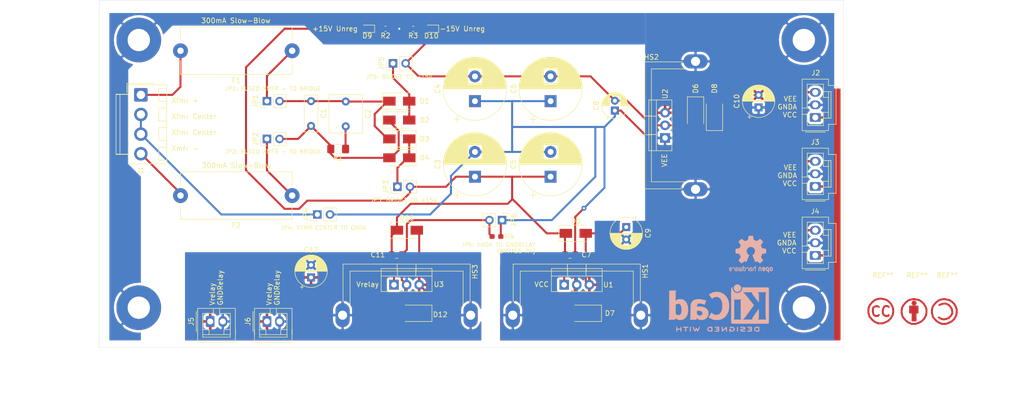
<source format=kicad_pcb>
(kicad_pcb (version 20171130) (host pcbnew 5.1.2)
  (title_block (title "Power Supply Board") (date 2019-06-01) (rev 0) (company "G. Keeth") (comment 1 "Preamp 2019"))
  (layers (0 F.Cu signal) (31 B.Cu signal) (34 B.Paste user) (35 F.Paste user) (36 B.SilkS user) (37 F.SilkS user) (38 B.Mask user) (39 F.Mask user) (44 Edge.Cuts user))
  (net 0 "")
  (net 1 "Net-(C1-Pad2)")
  (net 2 "Net-(C1-Pad1)")
  (net 3 "Net-(C2-Pad2)")
  (net 4 VCC)
  (net 5 VEE)
  (net 6 "Net-(D1-Pad2)")
  (net 7 "Net-(D3-Pad1)")
  (net 8 "Net-(D10-Pad2)")
  (net 9 /transformer_plus)
  (net 10 "Net-(F1-Pad1)")
  (net 11 /transformer_minus)
  (net 12 "Net-(F2-Pad1)")
  (net 13 /transformer_center)
  (net 14 GNDA)
  (net 15 /+15_unreg)
  (net 16 /-15_unreg)
  (net 17 GNDRELAY)
  (net 18 Vrelay)
  (net 19 "Net-(D9-Pad1)")
  (module Symbol:OSHW-Logo2_9.8x8mm_SilkScreen (layer B.Cu) (at 181.318 131.204 180)
    (fp_text reference REF** hide)
    (fp_text value OSHW-Logo2_9.8x8mm_SilkScreen hide)
  )
  (module Symbol:Symbol_CreativeCommons_CopperTop_Type2_Small (layer F.Cu) (at 207.353 142.761)
    (fp_text reference REF** (at 0.59944 -7.29996) (layer F.SilkS))
    (fp_text value Symbol_CreativeCommons_CopperTop_Type2_Small)
    (fp_line (start 0.74944 -2.5003) (end 0.15 -2.59936) (layer F.Cu) (width 0.381))
    (fp_line (start 1.15076 -2.40124) (end 0.74944 -2.5003) (layer F.Cu) (width 0.381))
    (fp_line (start 1.65114 -2.09898) (end 1.15076 -2.40124) (layer F.Cu) (width 0.381))
    (fp_line (start 2.14898 -1.60114) (end 1.65114 -2.09898) (layer F.Cu) (width 0.381))
    (fp_line (start 2.45124 -1.10076) (end 2.14898 -1.60114) (layer F.Cu) (width 0.381))
    (fp_line (start 2.64936 -0.49878) (end 2.45124 -1.10076) (layer F.Cu) (width 0.381))
    (fp_line (start 2.64936 0.10066) (end 2.64936 -0.49878) (layer F.Cu) (width 0.381))
    (fp_line (start 2.5503 0.7001) (end 2.64936 0.10066) (layer F.Cu) (width 0.381))
    (fp_line (start 2.14898 1.40114) (end 2.5503 0.7001) (layer F.Cu) (width 0.381))
    (fp_line (start 1.65114 1.89898) (end 2.14898 1.40114) (layer F.Cu) (width 0.381))
    (fp_line (start 1.04916 2.20124) (end 1.65114 1.89898) (layer F.Cu) (width 0.381))
    (fp_line (start 0.44972 2.39936) (end 1.04916 2.20124) (layer F.Cu) (width 0.381))
    (fp_line (start -0.35038 2.39936) (end 0.44972 2.39936) (layer F.Cu) (width 0.381))
    (fp_line (start -1.04888 2.09964) (end -0.35038 2.39936) (layer F.Cu) (width 0.381))
    (fp_line (start -1.54926 1.70086) (end -1.04888 2.09964) (layer F.Cu) (width 0.381))
    (fp_line (start -2.15124 0.99982) (end -1.54926 1.70086) (layer F.Cu) (width 0.381))
    (fp_line (start -2.34936 0.19972) (end -2.15124 0.99982) (layer F.Cu) (width 0.381))
    (fp_line (start -2.34936 -0.39972) (end -2.34936 0.19972) (layer F.Cu) (width 0.381))
    (fp_line (start -2.2503 -0.9001) (end -2.34936 -0.39972) (layer F.Cu) (width 0.381))
    (fp_line (start -2.04964 -1.29888) (end -2.2503 -0.9001) (layer F.Cu) (width 0.381))
    (fp_line (start -1.54926 -1.90086) (end -2.04964 -1.29888) (layer F.Cu) (width 0.381))
    (fp_line (start -1.04888 -2.29964) (end -1.54926 -1.90086) (layer F.Cu) (width 0.381))
    (fp_line (start -0.55104 -2.5003) (end -1.04888 -2.29964) (layer F.Cu) (width 0.381))
    (fp_line (start 0.05094 -2.59936) (end -0.55104 -2.5003) (layer F.Cu) (width 0.381))
    (fp_line (start 0.15 -2.59936) (end 0.05094 -2.59936) (layer F.Cu) (width 0.381))
    (fp_line (start -0.44944 0.90076) (end -0.24878 0.7001) (layer F.Cu) (width 0.381))
    (fp_line (start -0.85076 0.90076) (end -0.44944 0.90076) (layer F.Cu) (width 0.381))
    (fp_line (start -1.15048 0.79916) (end -0.85076 0.90076) (layer F.Cu) (width 0.381))
    (fp_line (start -1.35114 0.49944) (end -1.15048 0.79916) (layer F.Cu) (width 0.381))
    (fp_line (start -1.4502 -0.00094) (end -1.35114 0.49944) (layer F.Cu) (width 0.381))
    (fp_line (start -1.4502 -0.39972) (end -1.4502 -0.00094) (layer F.Cu) (width 0.381))
    (fp_line (start -1.35114 -0.80104) (end -1.4502 -0.39972) (layer F.Cu) (width 0.381))
    (fp_line (start -1.04888 -0.99916) (end -1.35114 -0.80104) (layer F.Cu) (width 0.381))
    (fp_line (start -0.6501 -1.10076) (end -1.04888 -0.99916) (layer F.Cu) (width 0.381))
    (fp_line (start -0.35038 -0.99916) (end -0.6501 -1.10076) (layer F.Cu) (width 0.381))
    (fp_line (start -0.24878 -0.9001) (end -0.35038 -0.99916) (layer F.Cu) (width 0.381))
    (fp_line (start 1.65114 0.90076) (end 1.7502 0.7001) (layer F.Cu) (width 0.381))
    (fp_line (start 1.34888 0.90076) (end 1.65114 0.90076) (layer F.Cu) (width 0.381))
    (fp_line (start 1.15076 0.90076) (end 1.34888 0.90076) (layer F.Cu) (width 0.381))
    (fp_line (start 0.74944 0.7001) (end 1.15076 0.90076) (layer F.Cu) (width 0.381))
    (fp_line (start 0.54878 0.29878) (end 0.74944 0.7001) (layer F.Cu) (width 0.381))
    (fp_line (start 0.54878 -0.1) (end 0.54878 0.29878) (layer F.Cu) (width 0.381))
    (fp_line (start 0.65038 -0.60038) (end 0.54878 -0.1) (layer F.Cu) (width 0.381))
    (fp_line (start 0.85104 -0.99916) (end 0.65038 -0.60038) (layer F.Cu) (width 0.381))
    (fp_line (start 1.15076 -1.10076) (end 0.85104 -0.99916) (layer F.Cu) (width 0.381))
    (fp_line (start 1.45048 -1.10076) (end 1.15076 -1.10076) (layer F.Cu) (width 0.381))
    (fp_line (start 1.65114 -0.99916) (end 1.45048 -1.10076) (layer F.Cu) (width 0.381))
    (fp_line (start 1.7502 -0.9001) (end 1.65114 -0.99916) (layer F.Cu) (width 0.381))
  )
  (module Symbol:Symbol_CC-ShareAlike_CopperTop_Small (layer F.Cu) (at 220.307 142.761)
    (fp_text reference REF** (at 0.59944 -7.29996) (layer F.SilkS))
    (fp_text value Symbol_CC-ShareAlike_CopperTop_Small)
    (fp_line (start 0.59944 -2.4003) (end 0 -2.49936) (layer F.Cu) (width 0.381))
    (fp_line (start 1.00076 -2.30124) (end 0.59944 -2.4003) (layer F.Cu) (width 0.381))
    (fp_line (start 1.50114 -1.99898) (end 1.00076 -2.30124) (layer F.Cu) (width 0.381))
    (fp_line (start 1.99898 -1.50114) (end 1.50114 -1.99898) (layer F.Cu) (width 0.381))
    (fp_line (start 2.30124 -1.00076) (end 1.99898 -1.50114) (layer F.Cu) (width 0.381))
    (fp_line (start 2.49936 -0.39878) (end 2.30124 -1.00076) (layer F.Cu) (width 0.381))
    (fp_line (start 2.49936 0.20066) (end 2.49936 -0.39878) (layer F.Cu) (width 0.381))
    (fp_line (start 2.4003 0.8001) (end 2.49936 0.20066) (layer F.Cu) (width 0.381))
    (fp_line (start 1.99898 1.50114) (end 2.4003 0.8001) (layer F.Cu) (width 0.381))
    (fp_line (start 1.50114 1.99898) (end 1.99898 1.50114) (layer F.Cu) (width 0.381))
    (fp_line (start 0.89916 2.30124) (end 1.50114 1.99898) (layer F.Cu) (width 0.381))
    (fp_line (start 0.29972 2.49936) (end 0.89916 2.30124) (layer F.Cu) (width 0.381))
    (fp_line (start -0.50038 2.49936) (end 0.29972 2.49936) (layer F.Cu) (width 0.381))
    (fp_line (start -1.19888 2.19964) (end -0.50038 2.49936) (layer F.Cu) (width 0.381))
    (fp_line (start -1.69926 1.80086) (end -1.19888 2.19964) (layer F.Cu) (width 0.381))
    (fp_line (start -2.30124 1.09982) (end -1.69926 1.80086) (layer F.Cu) (width 0.381))
    (fp_line (start -2.49936 0.29972) (end -2.30124 1.09982) (layer F.Cu) (width 0.381))
    (fp_line (start -2.49936 -0.29972) (end -2.49936 0.29972) (layer F.Cu) (width 0.381))
    (fp_line (start -2.4003 -0.8001) (end -2.49936 -0.29972) (layer F.Cu) (width 0.381))
    (fp_line (start -2.19964 -1.19888) (end -2.4003 -0.8001) (layer F.Cu) (width 0.381))
    (fp_line (start -1.69926 -1.80086) (end -2.19964 -1.19888) (layer F.Cu) (width 0.381))
    (fp_line (start -1.19888 -2.19964) (end -1.69926 -1.80086) (layer F.Cu) (width 0.381))
    (fp_line (start -0.70104 -2.4003) (end -1.19888 -2.19964) (layer F.Cu) (width 0.381))
    (fp_line (start -0.09906 -2.49936) (end -0.70104 -2.4003) (layer F.Cu) (width 0.381))
    (fp_line (start 0 -2.49936) (end -0.09906 -2.49936) (layer F.Cu) (width 0.381))
    (fp_line (start -0.50038 -1.50114) (end -1.00076 -1.30048) (layer F.Cu) (width 0.381))
    (fp_line (start -0.09906 -1.6002) (end -0.50038 -1.50114) (layer F.Cu) (width 0.381))
    (fp_line (start 0.29972 -1.6002) (end -0.09906 -1.6002) (layer F.Cu) (width 0.381))
    (fp_line (start 0.89916 -1.30048) (end 0.29972 -1.6002) (layer F.Cu) (width 0.381))
    (fp_line (start 1.19888 -1.00076) (end 0.89916 -1.30048) (layer F.Cu) (width 0.381))
    (fp_line (start 1.50114 -0.50038) (end 1.19888 -1.00076) (layer F.Cu) (width 0.381))
    (fp_line (start 1.6002 0) (end 1.50114 -0.50038) (layer F.Cu) (width 0.381))
    (fp_line (start 1.6002 0.39878) (end 1.6002 0) (layer F.Cu) (width 0.381))
    (fp_line (start 1.30048 0.89916) (end 1.6002 0.39878) (layer F.Cu) (width 0.381))
    (fp_line (start 0.89916 1.30048) (end 1.30048 0.89916) (layer F.Cu) (width 0.381))
    (fp_line (start 0.39878 1.50114) (end 0.89916 1.30048) (layer F.Cu) (width 0.381))
    (fp_line (start -0.09906 1.6002) (end 0.39878 1.50114) (layer F.Cu) (width 0.381))
    (fp_line (start -0.59944 1.50114) (end -0.09906 1.6002) (layer F.Cu) (width 0.381))
    (fp_line (start -1.09982 1.19888) (end -0.59944 1.50114) (layer F.Cu) (width 0.381))
  )
  (module Symbol:Symbol_CC-Attribution_CopperTop_Small (layer F.Cu) (at 214.211 142.761)
    (fp_text reference REF** (at 0.59944 -7.29996) (layer F.SilkS))
    (fp_text value Symbol_CC-Attribution_CopperTop_Small)
    (fp_line (start 0.59944 -2.4003) (end 0 -2.49936) (layer F.Cu) (width 0.381))
    (fp_line (start 1.00076 -2.30124) (end 0.59944 -2.4003) (layer F.Cu) (width 0.381))
    (fp_line (start 1.50114 -1.99898) (end 1.00076 -2.30124) (layer F.Cu) (width 0.381))
    (fp_line (start 1.99898 -1.50114) (end 1.50114 -1.99898) (layer F.Cu) (width 0.381))
    (fp_line (start 2.30124 -1.00076) (end 1.99898 -1.50114) (layer F.Cu) (width 0.381))
    (fp_line (start 2.49936 -0.39878) (end 2.30124 -1.00076) (layer F.Cu) (width 0.381))
    (fp_line (start 2.49936 0.20066) (end 2.49936 -0.39878) (layer F.Cu) (width 0.381))
    (fp_line (start 2.4003 0.8001) (end 2.49936 0.20066) (layer F.Cu) (width 0.381))
    (fp_line (start 1.99898 1.50114) (end 2.4003 0.8001) (layer F.Cu) (width 0.381))
    (fp_line (start 1.50114 1.99898) (end 1.99898 1.50114) (layer F.Cu) (width 0.381))
    (fp_line (start 0.89916 2.30124) (end 1.50114 1.99898) (layer F.Cu) (width 0.381))
    (fp_line (start 0.29972 2.49936) (end 0.89916 2.30124) (layer F.Cu) (width 0.381))
    (fp_line (start -0.50038 2.49936) (end 0.29972 2.49936) (layer F.Cu) (width 0.381))
    (fp_line (start -1.19888 2.19964) (end -0.50038 2.49936) (layer F.Cu) (width 0.381))
    (fp_line (start -1.69926 1.80086) (end -1.19888 2.19964) (layer F.Cu) (width 0.381))
    (fp_line (start -2.30124 1.09982) (end -1.69926 1.80086) (layer F.Cu) (width 0.381))
    (fp_line (start -2.49936 0.29972) (end -2.30124 1.09982) (layer F.Cu) (width 0.381))
    (fp_line (start -2.49936 -0.29972) (end -2.49936 0.29972) (layer F.Cu) (width 0.381))
    (fp_line (start -2.4003 -0.8001) (end -2.49936 -0.29972) (layer F.Cu) (width 0.381))
    (fp_line (start -2.19964 -1.19888) (end -2.4003 -0.8001) (layer F.Cu) (width 0.381))
    (fp_line (start -1.69926 -1.80086) (end -2.19964 -1.19888) (layer F.Cu) (width 0.381))
    (fp_line (start -1.19888 -2.19964) (end -1.69926 -1.80086) (layer F.Cu) (width 0.381))
    (fp_line (start -0.70104 -2.4003) (end -1.19888 -2.19964) (layer F.Cu) (width 0.381))
    (fp_line (start -0.09906 -2.49936) (end -0.70104 -2.4003) (layer F.Cu) (width 0.381))
    (fp_line (start 0 -2.49936) (end -0.09906 -2.49936) (layer F.Cu) (width 0.381))
    (fp_circle (center 0 -1.69926) (end 0.09906 -1.39954) (layer F.Cu) (width 0.381))
    (fp_line (start -0.8001 0.20066) (end -0.8001 -1.00076) (layer F.Cu) (width 0.381))
    (fp_line (start 0.70104 0.20066) (end -0.8001 0.20066) (layer F.Cu) (width 0.381))
    (fp_line (start 0.70104 -1.00076) (end 0.70104 0.20066) (layer F.Cu) (width 0.381))
    (fp_line (start -0.8001 -1.00076) (end 0.70104 -1.00076) (layer F.Cu) (width 0.381))
    (fp_line (start -0.29972 1.80086) (end 0.20066 1.80086) (layer F.Cu) (width 0.381))
    (fp_line (start -0.29972 0.29972) (end -0.29972 1.80086) (layer F.Cu) (width 0.381))
    (fp_line (start 0.29972 1.80086) (end 0.29972 0.20066) (layer F.Cu) (width 0.381))
    (fp_line (start 0.09906 1.80086) (end 0.29972 1.80086) (layer F.Cu) (width 0.381))
    (fp_line (start 0 0.29972) (end 0 1.6002) (layer F.Cu) (width 0.381))
    (fp_line (start -0.8001 -0.09906) (end 0.50038 -0.09906) (layer F.Cu) (width 0.381))
    (fp_line (start 0.50038 -0.39878) (end -0.70104 -0.39878) (layer F.Cu) (width 0.381))
    (fp_line (start -0.70104 -0.70104) (end 0.59944 -0.70104) (layer F.Cu) (width 0.381))
    (fp_line (start 0 -1.89992) (end 0 -1.50114) (layer F.Cu) (width 0.381))
  )
  (module Symbol:KiCad-Logo2_8mm_SilkScreen (layer B.Cu) (at 174.841 141.237 180)
    (fp_text reference REF** hide)
    (fp_text value KiCad-Logo2_8mm_SilkScreen hide)
  )
  (module Resistor_SMD:R_0603_1608Metric_Pad1.05x0.95mm_HandSolder (layer F.Cu) (at 107.71 85.725)
    (fp_text reference R2 (at 0 1.397) (layer F.SilkS))
    (fp_text value 10k)
    (pad 2 smd roundrect (at 0.875 0) (size 1.05 0.95) (layers F.Cu F.Paste F.Mask) (net 14 GNDA))
    (pad 1 smd roundrect (at -0.875 0) (size 1.05 0.95) (layers F.Cu F.Paste F.Mask) (net 19 "Net-(D9-Pad1)"))
  )
  (module Connector_PinHeader_2.54mm:PinHeader_1x02_P2.54mm_Vertical (layer F.Cu) (at 131.191 124.333 270)
    (fp_text reference JP6 (at 0 -2.33 90) (layer F.SilkS))
    (fp_text value Jumper_NC_Small)
    (pad 2 thru_hole oval (at 0 2.54 270) (size 1.7 1.7) (drill 1) (layers *.Cu *.Mask) (net 17 GNDRELAY))
    (pad 1 thru_hole rect (at 0 0 270) (size 1.7 1.7) (drill 1) (layers *.Cu *.Mask) (net 14 GNDA))
  )
  (module Connector_Molex_SL:Molex_SL_A-70543-0001_1x02_P2.54mm_Vertical (layer F.Cu) (at 83.82 144.78)
    (fp_text reference J6 (at -3.848 0.013 90) (layer F.SilkS))
    (fp_text value Conn_01x02_Male)
    (pad 2 thru_hole oval (at 2.54 0) (size 1.74 2.2) (drill 1.2) (layers *.Cu *.Mask) (net 17 GNDRELAY))
    (pad 1 thru_hole roundrect (at 0 0) (size 1.74 2.2) (drill 1.2) (layers *.Cu *.Mask) (roundrect_rratio 0.143678) (net 18 Vrelay))
  )
  (module Connector_Molex_SL:Molex_SL_A-70543-0001_1x02_P2.54mm_Vertical (layer F.Cu) (at 72.39 144.78)
    (fp_text reference J5 (at -3.848 0.013 90) (layer F.SilkS))
    (fp_text value Conn_01x02_Male)
    (pad 2 thru_hole oval (at 2.54 0) (size 1.74 2.2) (drill 1.2) (layers *.Cu *.Mask) (net 17 GNDRELAY))
    (pad 1 thru_hole roundrect (at 0 0) (size 1.74 2.2) (drill 1.2) (layers *.Cu *.Mask) (roundrect_rratio 0.143678) (net 18 Vrelay))
  )
  (module Fuse:Fuseholder_Cylinder-5x20mm_Schurter_0031_8201_Horizontal_Open (layer F.Cu) (at 88.9 119.38 180)
    (fp_text reference F2 (at 11.25 -6) (layer F.SilkS))
    (fp_text value 300mA)
    (pad "" np_thru_hole circle (at 11.25 0 180) (size 2.7 2.7) (drill 2.7) (layers *.Cu *.Mask))
    (pad 2 thru_hole circle (at 22.5 0 180) (size 3 3) (drill 1.3) (layers *.Cu *.Mask) (net 11 /transformer_minus))
    (pad 1 thru_hole circle (at 0 0 180) (size 3 3) (drill 1.3) (layers *.Cu *.Mask) (net 12 "Net-(F2-Pad1)"))
  )
  (module Fuse:Fuseholder_Cylinder-5x20mm_Schurter_0031_8201_Horizontal_Open (layer F.Cu) (at 88.9 90.17 180)
    (fp_text reference F1 (at 11.25 -6) (layer F.SilkS))
    (fp_text value 300mA)
    (pad "" np_thru_hole circle (at 11.25 0 180) (size 2.7 2.7) (drill 2.7) (layers *.Cu *.Mask))
    (pad 2 thru_hole circle (at 22.5 0 180) (size 3 3) (drill 1.3) (layers *.Cu *.Mask) (net 9 /transformer_plus))
    (pad 1 thru_hole circle (at 0 0 180) (size 3 3) (drill 1.3) (layers *.Cu *.Mask) (net 10 "Net-(F1-Pad1)"))
  )
  (module Heatsink_gkeeth:Heatsink_Wakefield-Vette_287-1AB_T0-220_Vertical (layer F.Cu) (at 99.06 143.51)
    (fp_text reference HS3 (at 26.67 -8.763 90) (layer F.SilkS))
    (fp_text value "Wakefield-Vette 287-1AB")
    (pad 1 thru_hole oval (at 25.8 0 90) (size 4.85 2.85) (drill 1.85) (layers *.Cu *.Mask) (net 17 GNDRELAY))
    (pad 1 thru_hole oval (at 0 0 90) (size 4.85 2.85) (drill 1.85) (layers *.Cu *.Mask) (net 17 GNDRELAY))
  )
  (module Heatsink_gkeeth:Heatsink_Wakefield-Vette_287-1AB_T0-220_Vertical (layer F.Cu) (at 170.18 118.11 90)
    (fp_text reference HS2 (at 26.67 -8.89 180) (layer F.SilkS))
    (fp_text value "Wakefield-Vette 287-1AB")
    (pad 1 thru_hole oval (at 25.8 0 180) (size 4.85 2.85) (drill 1.85) (layers *.Cu *.Mask) (net 14 GNDA))
    (pad 1 thru_hole oval (at 0 0 180) (size 4.85 2.85) (drill 1.85) (layers *.Cu *.Mask) (net 14 GNDA))
  )
  (module Heatsink_gkeeth:Heatsink_Wakefield-Vette_287-1AB_T0-220_Vertical (layer F.Cu) (at 133.35 143.51)
    (fp_text reference HS1 (at 26.67 -8.89 270) (layer F.SilkS))
    (fp_text value "Wakefield-Vette 287-1AB")
    (pad 1 thru_hole oval (at 25.8 0 90) (size 4.85 2.85) (drill 1.85) (layers *.Cu *.Mask) (net 14 GNDA))
    (pad 1 thru_hole oval (at 0 0 90) (size 4.85 2.85) (drill 1.85) (layers *.Cu *.Mask) (net 14 GNDA))
  )
  (module Package_TO_SOT_THT:TO-220-3_Vertical (layer F.Cu) (at 109.42 137.37)
    (fp_text reference U3 (at 9.033 -0.07) (layer F.SilkS))
    (fp_text value LM7815_TO220)
    (pad 3 thru_hole oval (at 5.08 0) (size 1.905 2) (drill 1.1) (layers *.Cu *.Mask) (net 18 Vrelay))
    (pad 2 thru_hole oval (at 2.54 0) (size 1.905 2) (drill 1.1) (layers *.Cu *.Mask) (net 17 GNDRELAY))
    (pad 1 thru_hole rect (at 0 0) (size 1.905 2) (drill 1.1) (layers *.Cu *.Mask) (net 15 /+15_unreg))
  )
  (module Resistor_SMD:R_0603_1608Metric_Pad1.05x0.95mm_HandSolder (layer F.Cu) (at 130.062 127.635)
    (fp_text reference R4 (at 2.653 0) (layer F.SilkS))
    (fp_text value 1k)
    (pad 2 smd roundrect (at 0.875 0) (size 1.05 0.95) (layers F.Cu F.Paste F.Mask) (net 14 GNDA))
    (pad 1 smd roundrect (at -0.875 0) (size 1.05 0.95) (layers F.Cu F.Paste F.Mask) (net 17 GNDRELAY))
  )
  (module Diode_SMD:D_SMA (layer F.Cu) (at 113.665 143.129 180)
    (fp_text reference D12 (at -5.08 -0.254) (layer F.SilkS))
    (fp_text value MRA4004T3G)
    (pad 2 smd rect (at 2 0 180) (size 2.5 1.8) (layers F.Cu F.Paste F.Mask) (net 17 GNDRELAY))
    (pad 1 smd rect (at -2 0 180) (size 2.5 1.8) (layers F.Cu F.Paste F.Mask) (net 18 Vrelay))
  )
  (module Diode_SMD:D_SMA (layer F.Cu) (at 112.014 126.365)
    (fp_text reference D11 (at 0 -2.5) (layer F.SilkS))
    (fp_text value MRA4004T3G)
    (pad 2 smd rect (at 2 0) (size 2.5 1.8) (layers F.Cu F.Paste F.Mask) (net 18 Vrelay))
    (pad 1 smd rect (at -2 0) (size 2.5 1.8) (layers F.Cu F.Paste F.Mask) (net 15 /+15_unreg))
  )
  (module Capacitor_THT:CP_Radial_D6.3mm_P2.50mm (layer F.Cu) (at 92.71 135.89 90)
    (fp_text reference C12 (at 5.575 -0.038 180) (layer F.SilkS))
    (fp_text value 100u)
    (pad 2 thru_hole circle (at 2.5 0 90) (size 1.6 1.6) (drill 0.8) (layers *.Cu *.Mask) (net 17 GNDRELAY))
    (pad 1 thru_hole rect (at 0 0 90) (size 1.6 1.6) (drill 0.8) (layers *.Cu *.Mask) (net 18 Vrelay))
  )
  (module Capacitor_SMD:C_0805_2012Metric_Pad1.15x1.40mm_HandSolder (layer F.Cu) (at 109.982 131.318)
    (fp_text reference C11 (at -3.81 0) (layer F.SilkS))
    (fp_text value 330n)
    (pad 2 smd roundrect (at 1.025 0) (size 1.15 1.4) (layers F.Cu F.Paste F.Mask) (roundrect_rratio 0.217391) (net 17 GNDRELAY))
    (pad 1 smd roundrect (at -1.025 0) (size 1.15 1.4) (layers F.Cu F.Paste F.Mask) (roundrect_rratio 0.217391) (net 15 /+15_unreg))
  )
  (module Connector_Molex_KK-396:Molex_KK-396_A-41791-0004_1x04_P3.96mm_Vertical (layer F.Cu) (at 58.42 99.06 270)
    (fp_text reference J1 (at 15.253 0.038 180) (layer F.SilkS))
    (fp_text value Conn_01x04_Male)
    (pad 4 thru_hole circle (at 11.88 0 270) (size 2.7 2.7) (drill 1.7) (layers *.Cu *.Mask) (net 11 /transformer_minus))
    (pad 3 thru_hole circle (at 7.92 0 270) (size 2.7 2.7) (drill 1.7) (layers *.Cu *.Mask) (net 13 /transformer_center))
    (pad 2 thru_hole circle (at 3.96 0 270) (size 2.7 2.7) (drill 1.7) (layers *.Cu *.Mask) (net 13 /transformer_center))
    (pad 1 thru_hole roundrect (at 0 0 270) (size 2.7 2.7) (drill 1.7) (layers *.Cu *.Mask) (roundrect_rratio 0.09259299999999999) (net 9 /transformer_plus))
  )
  (module MountingHole:MountingHole_4.5mm_Pad (layer F.Cu) (at 58 142)
    (fp_text reference H4 hide)
    (fp_text value MountingHole_Pad hide)
    (pad 1 thru_hole circle (at 0 0) (size 9 9) (drill 4.5) (layers *.Cu *.Mask) (net 14 GNDA))
  )
  (module MountingHole:MountingHole_4.5mm_Pad (layer F.Cu) (at 192 142)
    (fp_text reference H3 hide)
    (fp_text value MountingHole_Pad hide)
    (pad 1 thru_hole circle (at 0 0) (size 9 9) (drill 4.5) (layers *.Cu *.Mask) (net 14 GNDA))
  )
  (module MountingHole:MountingHole_4.5mm_Pad (layer F.Cu) (at 192 88)
    (fp_text reference H2 hide)
    (fp_text value MountingHole_Pad hide)
    (pad 1 thru_hole circle (at 0 0) (size 9 9) (drill 4.5) (layers *.Cu *.Mask) (net 14 GNDA))
  )
  (module MountingHole:MountingHole_4.5mm_Pad (layer F.Cu) (at 58 88)
    (fp_text reference H1 hide)
    (fp_text value MountingHole_Pad hide)
    (pad 1 thru_hole circle (at 0 0) (size 9 9) (drill 4.5) (layers *.Cu *.Mask) (net 14 GNDA))
  )
  (module Package_TO_SOT_THT:TO-220-3_Vertical (layer F.Cu) (at 164.04 107.75 90)
    (fp_text reference U2 (at 8.89 0 270) (layer F.SilkS))
    (fp_text value LM7915_TO220)
    (pad 3 thru_hole oval (at 5.08 0 90) (size 1.905 2) (drill 1.1) (layers *.Cu *.Mask) (net 5 VEE))
    (pad 2 thru_hole oval (at 2.54 0 90) (size 1.905 2) (drill 1.1) (layers *.Cu *.Mask) (net 16 /-15_unreg))
    (pad 1 thru_hole rect (at 0 0 90) (size 1.905 2) (drill 1.1) (layers *.Cu *.Mask) (net 14 GNDA))
  )
  (module Package_TO_SOT_THT:TO-220-3_Vertical (layer F.Cu) (at 143.71 137.37)
    (fp_text reference U1 (at 8.89 0 180) (layer F.SilkS))
    (fp_text value LM7815_TO220)
    (pad 3 thru_hole oval (at 5.08 0) (size 1.905 2) (drill 1.1) (layers *.Cu *.Mask) (net 4 VCC))
    (pad 2 thru_hole oval (at 2.54 0) (size 1.905 2) (drill 1.1) (layers *.Cu *.Mask) (net 14 GNDA))
    (pad 1 thru_hole rect (at 0 0) (size 1.905 2) (drill 1.1) (layers *.Cu *.Mask) (net 15 /+15_unreg))
  )
  (module Resistor_SMD:R_0603_1608Metric_Pad1.05x0.95mm_HandSolder (layer F.Cu) (at 113.284 85.725)
    (fp_text reference R3 (at 0 1.397) (layer F.SilkS))
    (fp_text value 10k)
    (pad 2 smd roundrect (at 0.875 0) (size 1.05 0.95) (layers F.Cu F.Paste F.Mask) (net 8 "Net-(D10-Pad2)"))
    (pad 1 smd roundrect (at -0.875 0) (size 1.05 0.95) (layers F.Cu F.Paste F.Mask) (net 14 GNDA))
  )
  (module Resistor_SMD:R_1206_3216Metric_Pad1.42x1.75mm_HandSolder (layer F.Cu) (at 98.171 109.982 180)
    (fp_text reference R1 (at 0 -1.82) (layer F.SilkS))
    (fp_text value 10-100)
    (pad 2 smd roundrect (at 1.4875 0 180) (size 1.425 1.75) (layers F.Cu F.Paste F.Mask) (roundrect_rratio 0.175439) (net 1 "Net-(C1-Pad2)"))
    (pad 1 smd roundrect (at -1.4875 0 180) (size 1.425 1.75) (layers F.Cu F.Paste F.Mask) (roundrect_rratio 0.175439) (net 3 "Net-(C2-Pad2)"))
  )
  (module Connector_PinHeader_2.54mm:PinHeader_1x02_P2.54mm_Vertical (layer F.Cu) (at 109.22 92.71 90)
    (fp_text reference JP5 (at 0 -2.33 90) (layer F.SilkS))
    (fp_text value Jumper_NC_Small)
    (pad 2 thru_hole oval (at 0 2.54 90) (size 1.7 1.7) (drill 1) (layers *.Cu *.Mask) (net 16 /-15_unreg))
    (pad 1 thru_hole rect (at 0 0 90) (size 1.7 1.7) (drill 1) (layers *.Cu *.Mask) (net 6 "Net-(D1-Pad2)"))
  )
  (module Connector_PinHeader_2.54mm:PinHeader_1x02_P2.54mm_Vertical (layer F.Cu) (at 93.98 123.19 90)
    (fp_text reference JP4 (at 0 -2.33 90) (layer F.SilkS))
    (fp_text value Jumper_NC_Small)
    (pad 2 thru_hole oval (at 0 2.54 90) (size 1.7 1.7) (drill 1) (layers *.Cu *.Mask) (net 14 GNDA))
    (pad 1 thru_hole rect (at 0 0 90) (size 1.7 1.7) (drill 1) (layers *.Cu *.Mask) (net 13 /transformer_center))
  )
  (module Connector_PinHeader_2.54mm:PinHeader_1x02_P2.54mm_Vertical (layer F.Cu) (at 110.109 117.602 90)
    (fp_text reference JP3 (at 0 -2.33 90) (layer F.SilkS))
    (fp_text value Jumper_NC_Small)
    (pad 1 thru_hole rect (at 0 0 90) (size 1.7 1.7) (drill 1) (layers *.Cu *.Mask) (net 7 "Net-(D3-Pad1)"))
    (pad 2 thru_hole oval (at 0 2.54 90) (size 1.7 1.7) (drill 1) (layers *.Cu *.Mask) (net 15 /+15_unreg))
  )
  (module Connector_PinHeader_2.54mm:PinHeader_1x02_P2.54mm_Vertical (layer F.Cu) (at 83.82 107.95 90)
    (fp_text reference JP2 (at 0 -2.33 90) (layer F.SilkS))
    (fp_text value Jumper_NC_Small)
    (pad 2 thru_hole oval (at 0 2.54 90) (size 1.7 1.7) (drill 1) (layers *.Cu *.Mask) (net 1 "Net-(C1-Pad2)"))
    (pad 1 thru_hole rect (at 0 0 90) (size 1.7 1.7) (drill 1) (layers *.Cu *.Mask) (net 12 "Net-(F2-Pad1)"))
  )
  (module Connector_PinHeader_2.54mm:PinHeader_1x02_P2.54mm_Vertical (layer F.Cu) (at 83.82 100.33 90)
    (fp_text reference JP1 (at 0 -2.33 90) (layer F.SilkS))
    (fp_text value Jumper_NC_Small)
    (pad 2 thru_hole oval (at 0 2.54 90) (size 1.7 1.7) (drill 1) (layers *.Cu *.Mask) (net 2 "Net-(C1-Pad1)"))
    (pad 1 thru_hole rect (at 0 0 90) (size 1.7 1.7) (drill 1) (layers *.Cu *.Mask) (net 10 "Net-(F1-Pad1)"))
  )
  (module Connector_Molex_SL:Molex_SL_A-70543-0002_1x03_P2.54mm_Vertical (layer F.Cu) (at 194.31 131.455 90)
    (fp_text reference J4 (at 8.887 -0.038 180) (layer F.SilkS))
    (fp_text value Conn_01x03_Male)
    (pad 3 thru_hole oval (at 5.08 0 90) (size 1.74 2.2) (drill 1.2) (layers *.Cu *.Mask) (net 5 VEE))
    (pad 2 thru_hole oval (at 2.54 0 90) (size 1.74 2.2) (drill 1.2) (layers *.Cu *.Mask) (net 14 GNDA))
    (pad 1 thru_hole roundrect (at 0 0 90) (size 1.74 2.2) (drill 1.2) (layers *.Cu *.Mask) (roundrect_rratio 0.143678) (net 4 VCC))
  )
  (module Connector_Molex_SL:Molex_SL_A-70543-0002_1x03_P2.54mm_Vertical (layer F.Cu) (at 194.31 117.54 90)
    (fp_text reference J3 (at 8.942 -0.038 180) (layer F.SilkS))
    (fp_text value Conn_01x03_Male)
    (pad 3 thru_hole oval (at 5.08 0 90) (size 1.74 2.2) (drill 1.2) (layers *.Cu *.Mask) (net 5 VEE))
    (pad 2 thru_hole oval (at 2.54 0 90) (size 1.74 2.2) (drill 1.2) (layers *.Cu *.Mask) (net 14 GNDA))
    (pad 1 thru_hole roundrect (at 0 0 90) (size 1.74 2.2) (drill 1.2) (layers *.Cu *.Mask) (roundrect_rratio 0.143678) (net 4 VCC))
  )
  (module Connector_Molex_SL:Molex_SL_A-70543-0002_1x03_P2.54mm_Vertical (layer F.Cu) (at 194.31 103.625 90)
    (fp_text reference J2 (at 8.997 0.089 180) (layer F.SilkS))
    (fp_text value Conn_01x03_Male)
    (pad 3 thru_hole oval (at 5.08 0 90) (size 1.74 2.2) (drill 1.2) (layers *.Cu *.Mask) (net 5 VEE))
    (pad 2 thru_hole oval (at 2.54 0 90) (size 1.74 2.2) (drill 1.2) (layers *.Cu *.Mask) (net 14 GNDA))
    (pad 1 thru_hole roundrect (at 0 0 90) (size 1.74 2.2) (drill 1.2) (layers *.Cu *.Mask) (roundrect_rratio 0.143678) (net 4 VCC))
  )
  (module LED_SMD:LED_0603_1608Metric (layer F.Cu) (at 116.9415 85.725 180)
    (fp_text reference D10 (at 0 -1.43) (layer F.SilkS))
    (fp_text value LED)
    (pad 2 smd roundrect (at 0.7875 0 180) (size 0.875 0.95) (layers F.Cu F.Paste F.Mask) (net 8 "Net-(D10-Pad2)"))
    (pad 1 smd roundrect (at -0.7875 0 180) (size 0.875 0.95) (layers F.Cu F.Paste F.Mask) (net 16 /-15_unreg))
  )
  (module LED_SMD:LED_0603_1608Metric (layer F.Cu) (at 104.0385 85.725 180)
    (fp_text reference D9 (at 0 -1.43) (layer F.SilkS))
    (fp_text value LED)
    (pad 2 smd roundrect (at 0.7875 0 180) (size 0.875 0.95) (layers F.Cu F.Paste F.Mask) (net 15 /+15_unreg))
    (pad 1 smd roundrect (at -0.7875 0 180) (size 0.875 0.95) (layers F.Cu F.Paste F.Mask) (net 19 "Net-(D9-Pad1)"))
  )
  (module Diode_SMD:D_SMA (layer F.Cu) (at 173.99 102.87 90)
    (fp_text reference D8 (at 5.08 0 90) (layer F.SilkS))
    (fp_text value MRA4004T3G)
    (pad 2 smd rect (at 2 0 90) (size 2.5 1.8) (layers F.Cu F.Paste F.Mask) (net 5 VEE))
    (pad 1 smd rect (at -2 0 90) (size 2.5 1.8) (layers F.Cu F.Paste F.Mask) (net 14 GNDA))
  )
  (module Diode_SMD:D_SMA (layer F.Cu) (at 147.828 143.129 180)
    (fp_text reference D7 (at -5.08 0) (layer F.SilkS))
    (fp_text value MRA4004T3G)
    (pad 2 smd rect (at 2 0 180) (size 2.5 1.8) (layers F.Cu F.Paste F.Mask) (net 14 GNDA))
    (pad 1 smd rect (at -2 0 180) (size 2.5 1.8) (layers F.Cu F.Paste F.Mask) (net 4 VCC))
  )
  (module Diode_SMD:D_SMA (layer F.Cu) (at 170.18 102.87 270)
    (fp_text reference D6 (at -5.08 0 90) (layer F.SilkS))
    (fp_text value MRA4004T3G)
    (pad 2 smd rect (at 2 0 270) (size 2.5 1.8) (layers F.Cu F.Paste F.Mask) (net 16 /-15_unreg))
    (pad 1 smd rect (at -2 0 270) (size 2.5 1.8) (layers F.Cu F.Paste F.Mask) (net 5 VEE))
  )
  (module Diode_SMD:D_SMA (layer F.Cu) (at 146.05 127)
    (fp_text reference D5 (at 0 -2.5) (layer F.SilkS))
    (fp_text value MRA4004T3G)
    (pad 2 smd rect (at 2 0) (size 2.5 1.8) (layers F.Cu F.Paste F.Mask) (net 4 VCC))
    (pad 1 smd rect (at -2 0) (size 2.5 1.8) (layers F.Cu F.Paste F.Mask) (net 15 /+15_unreg))
  )
  (module Diode_SMD:D_SMA (layer F.Cu) (at 110.49 111.76 180)
    (fp_text reference D4 (at -5.08 0) (layer F.SilkS))
    (fp_text value MRA4004T3G)
    (pad 2 smd rect (at 2 0 180) (size 2.5 1.8) (layers F.Cu F.Paste F.Mask) (net 1 "Net-(C1-Pad2)"))
    (pad 1 smd rect (at -2 0 180) (size 2.5 1.8) (layers F.Cu F.Paste F.Mask) (net 7 "Net-(D3-Pad1)"))
  )
  (module Diode_SMD:D_SMA (layer F.Cu) (at 110.49 107.95 180)
    (fp_text reference D3 (at -5.08 0) (layer F.SilkS))
    (fp_text value MRA4004T3G)
    (pad 2 smd rect (at 2 0 180) (size 2.5 1.8) (layers F.Cu F.Paste F.Mask) (net 2 "Net-(C1-Pad1)"))
    (pad 1 smd rect (at -2 0 180) (size 2.5 1.8) (layers F.Cu F.Paste F.Mask) (net 7 "Net-(D3-Pad1)"))
  )
  (module Diode_SMD:D_SMA (layer F.Cu) (at 110.49 104.14)
    (fp_text reference D2 (at 5.08 0) (layer F.SilkS))
    (fp_text value MRA4004T3G)
    (pad 2 smd rect (at 2 0) (size 2.5 1.8) (layers F.Cu F.Paste F.Mask) (net 6 "Net-(D1-Pad2)"))
    (pad 1 smd rect (at -2 0) (size 2.5 1.8) (layers F.Cu F.Paste F.Mask) (net 1 "Net-(C1-Pad2)"))
  )
  (module Diode_SMD:D_SMA (layer F.Cu) (at 110.49 100.33)
    (fp_text reference D1 (at 5.08 0) (layer F.SilkS))
    (fp_text value MRA4004T3G)
    (pad 2 smd rect (at 2 0) (size 2.5 1.8) (layers F.Cu F.Paste F.Mask) (net 6 "Net-(D1-Pad2)"))
    (pad 1 smd rect (at -2 0) (size 2.5 1.8) (layers F.Cu F.Paste F.Mask) (net 2 "Net-(C1-Pad1)"))
  )
  (module Capacitor_THT:CP_Radial_D6.3mm_P2.50mm (layer F.Cu) (at 182.88 101.6 90)
    (fp_text reference C10 (at 1.25 -4.4 90) (layer F.SilkS))
    (fp_text value 100u)
    (pad 2 thru_hole circle (at 2.5 0 90) (size 1.6 1.6) (drill 0.8) (layers *.Cu *.Mask) (net 5 VEE))
    (pad 1 thru_hole rect (at 0 0 90) (size 1.6 1.6) (drill 0.8) (layers *.Cu *.Mask) (net 14 GNDA))
  )
  (module Capacitor_THT:CP_Radial_D6.3mm_P2.50mm (layer F.Cu) (at 156.21 125.73 270)
    (fp_text reference C9 (at 1.25 -4.4 90) (layer F.SilkS))
    (fp_text value 100u)
    (pad 2 thru_hole circle (at 2.5 0 270) (size 1.6 1.6) (drill 0.8) (layers *.Cu *.Mask) (net 14 GNDA))
    (pad 1 thru_hole rect (at 0 0 270) (size 1.6 1.6) (drill 0.8) (layers *.Cu *.Mask) (net 4 VCC))
  )
  (module Capacitor_THT:CP_Radial_D5.0mm_P2.00mm (layer F.Cu) (at 153.924 102.235 90)
    (fp_text reference C8 (at 1 -3.75 90) (layer F.SilkS))
    (fp_text value 22u)
    (pad 2 thru_hole circle (at 2 0 90) (size 1.6 1.6) (drill 0.8) (layers *.Cu *.Mask) (net 16 /-15_unreg))
    (pad 1 thru_hole rect (at 0 0 90) (size 1.6 1.6) (drill 0.8) (layers *.Cu *.Mask) (net 14 GNDA))
  )
  (module Capacitor_SMD:C_0805_2012Metric_Pad1.15x1.40mm_HandSolder (layer F.Cu) (at 144.898 131.318)
    (fp_text reference C7 (at 3.293 0) (layer F.SilkS))
    (fp_text value 330n)
    (pad 2 smd roundrect (at 1.025 0) (size 1.15 1.4) (layers F.Cu F.Paste F.Mask) (roundrect_rratio 0.217391) (net 14 GNDA))
    (pad 1 smd roundrect (at -1.025 0) (size 1.15 1.4) (layers F.Cu F.Paste F.Mask) (roundrect_rratio 0.217391) (net 15 /+15_unreg))
  )
  (module Capacitor_THT:CP_Radial_D12.5mm_P5.00mm (layer F.Cu) (at 140.97 100.33 90)
    (fp_text reference C6 (at 2.5 -7.5 90) (layer F.SilkS))
    (fp_text value 1000u)
    (pad 2 thru_hole circle (at 5 0 90) (size 2.4 2.4) (drill 1.2) (layers *.Cu *.Mask) (net 16 /-15_unreg))
    (pad 1 thru_hole rect (at 0 0 90) (size 2.4 2.4) (drill 1.2) (layers *.Cu *.Mask) (net 14 GNDA))
  )
  (module Capacitor_THT:CP_Radial_D12.5mm_P5.00mm (layer F.Cu) (at 140.97 115.57 90)
    (fp_text reference C5 (at 2.5 -7.5 90) (layer F.SilkS))
    (fp_text value 1000u)
    (pad 2 thru_hole circle (at 5 0 90) (size 2.4 2.4) (drill 1.2) (layers *.Cu *.Mask) (net 14 GNDA))
    (pad 1 thru_hole rect (at 0 0 90) (size 2.4 2.4) (drill 1.2) (layers *.Cu *.Mask) (net 15 /+15_unreg))
  )
  (module Capacitor_THT:CP_Radial_D12.5mm_P5.00mm (layer F.Cu) (at 125.73 100.33 90)
    (fp_text reference C4 (at 2.5 -7.5 90) (layer F.SilkS))
    (fp_text value 1000u)
    (pad 2 thru_hole circle (at 5 0 90) (size 2.4 2.4) (drill 1.2) (layers *.Cu *.Mask) (net 16 /-15_unreg))
    (pad 1 thru_hole rect (at 0 0 90) (size 2.4 2.4) (drill 1.2) (layers *.Cu *.Mask) (net 14 GNDA))
  )
  (module Capacitor_THT:CP_Radial_D12.5mm_P5.00mm (layer F.Cu) (at 125.73 115.57 90)
    (fp_text reference C3 (at 2.5 -7.5 90) (layer F.SilkS))
    (fp_text value 1000u)
    (pad 2 thru_hole circle (at 5 0 90) (size 2.4 2.4) (drill 1.2) (layers *.Cu *.Mask) (net 14 GNDA))
    (pad 1 thru_hole rect (at 0 0 90) (size 2.4 2.4) (drill 1.2) (layers *.Cu *.Mask) (net 15 /+15_unreg))
  )
  (module Capacitor_THT:C_Rect_L7.5mm_W6.5mm_P5.00mm (layer F.Cu) (at 99.695 100.41 270)
    (fp_text reference C2 (at 2.5 -4.5 90) (layer F.SilkS))
    (fp_text value 150n)
    (pad 2 thru_hole circle (at 5 0 270) (size 1.6 1.6) (drill 0.8) (layers *.Cu *.Mask) (net 3 "Net-(C2-Pad2)"))
    (pad 1 thru_hole circle (at 0 0 270) (size 1.6 1.6) (drill 0.8) (layers *.Cu *.Mask) (net 2 "Net-(C1-Pad1)"))
  )
  (module Capacitor_THT:C_Rect_L7.2mm_W2.5mm_P5.00mm_FKS2_FKP2_MKS2_MKP2 (layer F.Cu) (at 92.71 100.33 270)
    (fp_text reference C1 (at 2.5 -2.5 90) (layer F.SilkS))
    (fp_text value 10n)
    (pad 2 thru_hole circle (at 5 0 270) (size 1.6 1.6) (drill 0.8) (layers *.Cu *.Mask) (net 1 "Net-(C1-Pad2)"))
    (pad 1 thru_hole circle (at 0 0 270) (size 1.6 1.6) (drill 0.8) (layers *.Cu *.Mask) (net 2 "Net-(C1-Pad1)"))
  )
  (gr_text "JP2: FUSED XMFR - TO BRIDGE" (at 85.052 110.503) (layer F.SilkS) (effects (font (size 0.8 0.8) (thickness 0.12))))
  (gr_text "JP1: FUSED XMFR + TO BRIDGE" (at 85.052 97.803) (layer F.SilkS) (effects (font (size 0.8 0.8) (thickness 0.12))))
  (gr_text "JP5: BRIDGE TO -15V" (at 110.452 95.39) (layer F.SilkS) (effects (font (size 0.8 0.8) (thickness 0.12))))
  (gr_text "JP3: BRIDGE TO +15V" (at 111.341 120.282) (layer F.SilkS) (effects (font (size 0.8 0.8) (thickness 0.12))))
  (gr_text "JP4: XFMR CENTER TO GNDA" (at 95.212 125.87) (layer F.SilkS) (effects (font (size 0.8 0.8) (thickness 0.12))))
  (gr_text "JP6: GNDA TO GNDRELAY\n(BYPASS R4)" (at 138.011 129.934) (layer F.SilkS) (effects (font (size 0.8 0.8) (thickness 0.12)) (justify right)))
  (gr_text VEE (at 163.919 112.281 90) (layer F.SilkS) (effects (font (size 1 1))))
  (gr_text VCC (at 139.154 137.3) (layer F.SilkS) (effects (font (size 1 1))))
  (gr_text Vrelay (at 104.102 137.3) (layer F.SilkS) (effects (font (size 1 1))))
  (gr_text "Xfmr +\n\nXfmr Center\n\nXfmr Center\n\nXmfr -" (at 64.478 105.042) (layer F.SilkS) (effects (font (size 1 1)) (justify left)))
  (gr_text "300mA Slow-Blow" (at 77.686 113.297) (layer F.SilkS) (effects (font (size 1 1))))
  (gr_text "300mA Slow-Blow" (at 77.559 84.087) (layer F.SilkS) (effects (font (size 1 1))))
  (gr_text "Vrelay\nGNDRelay" (at 85.052 141.618 90) (layer F.SilkS) (effects (font (size 1 1)) (justify left)))
  (gr_text "Vrelay\nGNDRelay" (at 73.622 141.618 90) (layer F.SilkS) (effects (font (size 1 1)) (justify left)))
  (gr_text "VEE\nGNDA\nVCC" (at 190.716 101.486) (layer F.SilkS) (effects (font (size 1 1)) (justify right)))
  (gr_text "VEE\nGNDA\nVCC" (at 190.716 115.329) (layer F.SilkS) (effects (font (size 1 1)) (justify right)))
  (gr_text "VEE\nGNDA\nVCC" (at 190.589 128.918) (layer F.SilkS) (effects (font (size 1 1)) (justify right)))
  (gr_text "+15V Unreg" (at 97.536 85.725) (layer F.SilkS) (effects (font (size 1 1))))
  (gr_text "-15V Unreg" (at 123.19 85.725) (layer F.SilkS) (effects (font (size 1 1))))
  (gr_line (start 200 80) (end 200 150) (layer Edge.Cuts) (width 0.05))
  (gr_line (start 50 80) (end 200 80) (layer Edge.Cuts) (width 0.05))
  (gr_line (start 50 150) (end 50 80) (layer Edge.Cuts) (width 0.05))
  (gr_line (start 200 150) (end 50 150) (layer Edge.Cuts) (width 0.05))
  (segment (start 90.09 107.95) (end 92.71 105.33) (width 0.4064) (layer F.Cu) (net 1))
  (segment (start 96.6835 109.3035) (end 96.6835 109.982) (width 0.4064) (layer F.Cu) (net 1))
  (segment (start 92.71 105.33) (end 96.6835 109.3035) (width 0.4064) (layer F.Cu) (net 1))
  (segment (start 97.4865 111.76) (end 108.49 111.76) (width 0.4064) (layer F.Cu) (net 1))
  (segment (start 96.6835 110.957) (end 97.4865 111.76) (width 0.4064) (layer F.Cu) (net 1))
  (segment (start 96.6835 109.982) (end 96.6835 110.957) (width 0.4064) (layer F.Cu) (net 1))
  (segment (start 86.36 107.95) (end 90.09 107.95) (width 0.4064) (layer F.Cu) (net 1))
  (segment (start 108.84 111.76) (end 110.363 110.237) (width 0.4064) (layer F.Cu) (net 1))
  (segment (start 108.49 111.76) (end 108.84 111.76) (width 0.4064) (layer F.Cu) (net 1))
  (segment (start 110.363 110.237) (end 110.363 106.312845) (width 0.4064) (layer F.Cu) (net 1))
  (segment (start 108.49 104.439845) (end 108.49 104.14) (width 0.4064) (layer F.Cu) (net 1))
  (segment (start 110.363 106.312845) (end 108.49 104.439845) (width 0.4064) (layer F.Cu) (net 1))
  (segment (start 99.615 100.33) (end 99.695 100.41) (width 0.4064) (layer F.Cu) (net 2))
  (segment (start 92.71 100.33) (end 99.615 100.33) (width 0.4064) (layer F.Cu) (net 2))
  (segment (start 108.41 100.41) (end 108.49 100.33) (width 0.4064) (layer F.Cu) (net 2))
  (segment (start 99.695 100.41) (end 108.41 100.41) (width 0.4064) (layer F.Cu) (net 2))
  (segment (start 108.14 100.33) (end 105.537 102.933) (width 0.4064) (layer F.Cu) (net 2))
  (segment (start 108.49 100.33) (end 108.14 100.33) (width 0.4064) (layer F.Cu) (net 2))
  (segment (start 108.14 107.95) (end 108.49 107.95) (width 0.4064) (layer F.Cu) (net 2))
  (segment (start 105.537 105.347) (end 108.14 107.95) (width 0.4064) (layer F.Cu) (net 2))
  (segment (start 105.537 102.933) (end 105.537 105.347) (width 0.4064) (layer F.Cu) (net 2))
  (segment (start 86.36 100.33) (end 92.71 100.33) (width 0.4064) (layer F.Cu) (net 2))
  (segment (start 99.6585 105.4465) (end 99.695 105.41) (width 0.4064) (layer F.Cu) (net 3))
  (segment (start 99.6585 109.982) (end 99.6585 105.4465) (width 0.4064) (layer F.Cu) (net 3))
  (segment (start 148.05 136.63) (end 148.79 137.37) (width 0.4064) (layer F.Cu) (net 4))
  (segment (start 148.05 127) (end 148.05 136.63) (width 0.4064) (layer F.Cu) (net 4))
  (segment (start 148.79 142.091) (end 149.828 143.129) (width 0.4064) (layer F.Cu) (net 4))
  (segment (start 148.79 137.37) (end 148.79 142.091) (width 0.4064) (layer F.Cu) (net 4))
  (segment (start 154.94 127) (end 156.21 125.73) (width 0.4064) (layer F.Cu) (net 4))
  (segment (start 148.05 127) (end 154.94 127) (width 0.4064) (layer F.Cu) (net 4))
  (segment (start 195.51 131.455) (end 195.52 131.445) (width 0.4064) (layer F.Cu) (net 4))
  (segment (start 194.31 131.455) (end 195.51 131.455) (width 0.4064) (layer F.Cu) (net 4))
  (segment (start 195.51 117.54) (end 195.572 117.602) (width 0.4064) (layer F.Cu) (net 4))
  (segment (start 194.31 117.54) (end 195.51 117.54) (width 0.4064) (layer F.Cu) (net 4))
  (segment (start 195.51 103.625) (end 195.517 103.632) (width 0.4064) (layer F.Cu) (net 4))
  (segment (start 194.31 103.625) (end 195.51 103.625) (width 0.4064) (layer F.Cu) (net 4))
  (segment (start 164.0875 102.67) (end 165.9195 100.838) (width 0.4064) (layer F.Cu) (net 5))
  (segment (start 164.04 102.67) (end 164.0875 102.67) (width 0.4064) (layer F.Cu) (net 5))
  (segment (start 165.9515 100.87) (end 173.99 100.87) (width 0.4064) (layer F.Cu) (net 5))
  (segment (start 165.9195 100.838) (end 165.9515 100.87) (width 0.4064) (layer F.Cu) (net 5))
  (segment (start 182.88 99.1) (end 177.76 99.1) (width 0.4064) (layer F.Cu) (net 5))
  (segment (start 175.99 100.87) (end 173.99 100.87) (width 0.4064) (layer F.Cu) (net 5))
  (segment (start 177.76 99.1) (end 175.99 100.87) (width 0.4064) (layer F.Cu) (net 5))
  (segment (start 194.31 98.545) (end 192.8036 98.545) (width 0.4064) (layer F.Cu) (net 5))
  (segment (start 192.7966 98.552) (end 192.8036 98.545) (width 0.4064) (layer F.Cu) (net 5))
  (segment (start 192.8036 112.46) (end 192.7416 112.522) (width 0.4064) (layer F.Cu) (net 5))
  (segment (start 194.31 112.46) (end 192.8036 112.46) (width 0.4064) (layer F.Cu) (net 5))
  (segment (start 194.31 126.375) (end 192.923 126.375) (width 0.4064) (layer F.Cu) (net 5))
  (segment (start 112.49 104.14) (end 112.49 100.33) (width 0.4064) (layer F.Cu) (net 6))
  (segment (start 112.49 100.33) (end 112.49 98.901) (width 0.4064) (layer F.Cu) (net 6))
  (segment (start 109.22 95.631) (end 109.22 92.71) (width 0.4064) (layer F.Cu) (net 6))
  (segment (start 112.49 98.901) (end 109.22 95.631) (width 0.4064) (layer F.Cu) (net 6))
  (segment (start 112.49 107.95) (end 112.49 111.76) (width 0.4064) (layer F.Cu) (net 7))
  (segment (start 112.14 111.76) (end 112.49 111.76) (width 0.4064) (layer F.Cu) (net 7))
  (segment (start 110.109 113.791) (end 112.14 111.76) (width 0.4064) (layer F.Cu) (net 7))
  (segment (start 110.109 117.602) (end 110.109 113.791) (width 0.4064) (layer F.Cu) (net 7))
  (segment (start 116.154 85.725) (end 114.159 85.725) (width 0.25) (layer F.Cu) (net 8))
  (segment (start 64.77 99.06) (end 58.42 99.06) (width 0.4064) (layer F.Cu) (net 9))
  (segment (start 66.4 90.17) (end 66.4 97.43) (width 0.4064) (layer F.Cu) (net 9))
  (segment (start 66.4 97.43) (end 64.77 99.06) (width 0.4064) (layer F.Cu) (net 9))
  (segment (start 83.82 95.25) (end 88.9 90.17) (width 0.4064) (layer F.Cu) (net 10))
  (segment (start 83.82 100.33) (end 83.82 95.25) (width 0.4064) (layer F.Cu) (net 10))
  (segment (start 66.4 118.92) (end 66.4 119.38) (width 0.4064) (layer F.Cu) (net 11))
  (segment (start 58.42 110.94) (end 66.4 118.92) (width 0.4064) (layer F.Cu) (net 11))
  (segment (start 83.82 114.3) (end 88.9 119.38) (width 0.4064) (layer F.Cu) (net 12))
  (segment (start 83.82 107.95) (end 83.82 114.3) (width 0.4064) (layer F.Cu) (net 12))
  (segment (start 58.42 103.02) (end 58.42 106.98) (width 0.4064) (layer B.Cu) (net 13))
  (segment (start 74.63 123.19) (end 93.98 123.19) (width 0.4064) (layer B.Cu) (net 13))
  (segment (start 58.42 106.98) (end 74.63 123.19) (width 0.4064) (layer B.Cu) (net 13))
  (segment (start 59.69 90.53) (end 60.05 90.17) (width 0.4064) (layer F.Cu) (net 14))
  (segment (start 172.7664 107.75) (end 164.04 107.75) (width 0.4064) (layer F.Cu) (net 14))
  (segment (start 173.99 106.5264) (end 172.7664 107.75) (width 0.4064) (layer F.Cu) (net 14))
  (segment (start 173.99 104.87) (end 173.99 106.5264) (width 0.4064) (layer F.Cu) (net 14))
  (segment (start 160.6454 107.75) (end 164.04 107.75) (width 0.4064) (layer F.Cu) (net 14))
  (segment (start 155.1304 102.235) (end 160.6454 107.75) (width 0.4064) (layer F.Cu) (net 14))
  (segment (start 153.924 102.235) (end 155.1304 102.235) (width 0.4064) (layer F.Cu) (net 14))
  (segment (start 153.924 102.87) (end 153.924 102.235) (width 0.4064) (layer F.Cu) (net 14))
  (segment (start 145.923 137.043) (end 146.25 137.37) (width 0.4064) (layer F.Cu) (net 14))
  (segment (start 145.923 131.318) (end 145.923 137.043) (width 0.4064) (layer F.Cu) (net 14))
  (segment (start 145.828 137.792) (end 146.25 137.37) (width 0.4064) (layer F.Cu) (net 14))
  (segment (start 145.828 143.129) (end 145.828 137.792) (width 0.4064) (layer F.Cu) (net 14))
  (segment (start 130.937 124.587) (end 131.191 124.333) (width 0.4064) (layer F.Cu) (net 14))
  (segment (start 130.937 127.635) (end 130.937 124.587) (width 0.4064) (layer F.Cu) (net 14))
  (via (at 110.49 85.725) (size 1) (drill 0.4) (layers F.Cu B.Cu) (net 14))
  (segment (start 112.409 85.725) (end 110.49 85.725) (width 0.4064) (layer F.Cu) (net 14))
  (segment (start 108.585 85.725) (end 110.49 85.725) (width 0.4064) (layer F.Cu) (net 14))
  (segment (start 96.52 123.19) (end 116.713 123.19) (width 0.4064) (layer B.Cu) (net 14))
  (segment (start 116.713 123.19) (end 120.904 118.999) (width 0.4064) (layer B.Cu) (net 14))
  (segment (start 120.904 115.396) (end 125.73 110.57) (width 0.4064) (layer B.Cu) (net 14))
  (segment (start 120.904 118.999) (end 120.904 115.396) (width 0.4064) (layer B.Cu) (net 14))
  (segment (start 125.73 100.33) (end 140.97 100.33) (width 0.4064) (layer B.Cu) (net 14))
  (segment (start 133.223 110.523) (end 133.27 110.57) (width 0.4064) (layer B.Cu) (net 14))
  (segment (start 125.73 110.57) (end 133.27 110.57) (width 0.4064) (layer B.Cu) (net 14))
  (segment (start 133.223 100.33) (end 133.223 110.523) (width 0.4064) (layer B.Cu) (net 14))
  (segment (start 133.27 110.57) (end 140.97 110.57) (width 0.4064) (layer B.Cu) (net 14))
  (segment (start 153.924 103.4414) (end 153.924 102.235) (width 0.4064) (layer B.Cu) (net 14))
  (segment (start 151.8284 105.537) (end 153.924 103.4414) (width 0.4064) (layer B.Cu) (net 14))
  (segment (start 131.191 124.333) (end 141.224 124.333) (width 0.4064) (layer B.Cu) (net 14))
  (segment (start 149.987 115.57) (end 149.987 105.537) (width 0.4064) (layer B.Cu) (net 14))
  (segment (start 141.224 124.333) (end 149.987 115.57) (width 0.4064) (layer B.Cu) (net 14))
  (segment (start 133.223 105.537) (end 149.987 105.537) (width 0.4064) (layer B.Cu) (net 14))
  (segment (start 149.987 105.537) (end 151.8284 105.537) (width 0.4064) (layer B.Cu) (net 14))
  (via (at 147.701 121.92) (size 1) (drill 0.4) (layers F.Cu B.Cu) (net 14))
  (segment (start 151.8284 105.537) (end 151.8284 117.7926) (width 0.4064) (layer B.Cu) (net 14))
  (segment (start 151.8284 117.7926) (end 147.701 121.92) (width 0.4064) (layer B.Cu) (net 14))
  (segment (start 145.923 123.698) (end 145.923 131.318) (width 0.4064) (layer F.Cu) (net 14))
  (segment (start 147.701 121.92) (end 145.923 123.698) (width 0.4064) (layer F.Cu) (net 14))
  (segment (start 119.888 117.602) (end 121.92 115.57) (width 0.4064) (layer F.Cu) (net 15))
  (segment (start 121.92 115.57) (end 125.73 115.57) (width 0.4064) (layer F.Cu) (net 15))
  (segment (start 112.649 117.602) (end 119.888 117.602) (width 0.4064) (layer F.Cu) (net 15))
  (segment (start 109.42 131.781) (end 108.957 131.318) (width 0.4064) (layer F.Cu) (net 15))
  (segment (start 109.42 137.37) (end 109.42 131.781) (width 0.4064) (layer F.Cu) (net 15))
  (segment (start 108.957 127.422) (end 110.014 126.365) (width 0.4064) (layer F.Cu) (net 15))
  (segment (start 108.957 131.318) (end 108.957 127.422) (width 0.4064) (layer F.Cu) (net 15))
  (segment (start 143.71 131.481) (end 143.873 131.318) (width 0.4064) (layer F.Cu) (net 15))
  (segment (start 143.71 137.37) (end 143.71 131.481) (width 0.4064) (layer F.Cu) (net 15))
  (segment (start 143.873 127.177) (end 144.05 127) (width 0.4064) (layer F.Cu) (net 15))
  (segment (start 143.873 131.318) (end 143.873 127.177) (width 0.4064) (layer F.Cu) (net 15))
  (segment (start 87.376 85.725) (end 103.251 85.725) (width 0.4064) (layer F.Cu) (net 15))
  (segment (start 112.649 118.804081) (end 111.057081 120.396) (width 0.4064) (layer F.Cu) (net 15))
  (segment (start 112.649 117.602) (end 112.649 118.804081) (width 0.4064) (layer F.Cu) (net 15))
  (segment (start 91.948 120.396) (end 90.297 122.047) (width 0.4064) (layer F.Cu) (net 15))
  (segment (start 90.297 122.047) (end 87.376 122.047) (width 0.4064) (layer F.Cu) (net 15))
  (segment (start 79.603201 114.274201) (end 79.603201 93.497799) (width 0.4064) (layer F.Cu) (net 15))
  (segment (start 111.057081 120.396) (end 91.948 120.396) (width 0.4064) (layer F.Cu) (net 15))
  (segment (start 79.603201 93.497799) (end 87.376 85.725) (width 0.4064) (layer F.Cu) (net 15))
  (segment (start 87.376 122.047) (end 79.603201 114.274201) (width 0.4064) (layer F.Cu) (net 15))
  (segment (start 144.05 127) (end 143.7 127) (width 0.4064) (layer F.Cu) (net 15))
  (segment (start 125.73 115.57) (end 133.223 115.57) (width 0.4064) (layer F.Cu) (net 15))
  (segment (start 133.223 115.57) (end 140.97 115.57) (width 0.4064) (layer F.Cu) (net 15))
  (segment (start 110.014 123.793) (end 110.014 126.365) (width 0.4064) (layer F.Cu) (net 15))
  (segment (start 112.776 121.031) (end 110.014 123.793) (width 0.4064) (layer F.Cu) (net 15))
  (segment (start 133.223 115.57) (end 133.223 120.142) (width 0.4064) (layer F.Cu) (net 15))
  (segment (start 132.334 121.031) (end 112.776 121.031) (width 0.4064) (layer F.Cu) (net 15))
  (segment (start 133.223 120.142) (end 132.334 121.031) (width 0.4064) (layer F.Cu) (net 15))
  (segment (start 133.223 120.142) (end 133.35 120.142) (width 0.4064) (layer F.Cu) (net 15))
  (segment (start 140.208 127) (end 144.05 127) (width 0.4064) (layer F.Cu) (net 15))
  (segment (start 133.35 120.142) (end 140.208 127) (width 0.4064) (layer F.Cu) (net 15))
  (segment (start 114.38 95.33) (end 125.73 95.33) (width 0.4064) (layer F.Cu) (net 16))
  (segment (start 111.76 92.71) (end 114.38 95.33) (width 0.4064) (layer F.Cu) (net 16))
  (segment (start 125.73 95.33) (end 140.97 95.33) (width 0.4064) (layer F.Cu) (net 16))
  (segment (start 163.9925 105.21) (end 164.04 105.21) (width 0.4064) (layer F.Cu) (net 16))
  (segment (start 169.84 105.21) (end 170.18 104.87) (width 0.4064) (layer F.Cu) (net 16))
  (segment (start 164.04 105.21) (end 169.84 105.21) (width 0.4064) (layer F.Cu) (net 16))
  (segment (start 149.019 95.33) (end 153.924 100.235) (width 0.4064) (layer F.Cu) (net 16))
  (segment (start 140.97 95.33) (end 149.019 95.33) (width 0.4064) (layer F.Cu) (net 16))
  (segment (start 153.924 100.235) (end 156.369 100.235) (width 0.4064) (layer F.Cu) (net 16))
  (segment (start 161.344 105.21) (end 164.04 105.21) (width 0.4064) (layer F.Cu) (net 16))
  (segment (start 156.369 100.235) (end 161.344 105.21) (width 0.4064) (layer F.Cu) (net 16))
  (segment (start 117.729 86.741) (end 111.76 92.71) (width 0.4064) (layer F.Cu) (net 16))
  (segment (start 117.729 85.725) (end 117.729 86.741) (width 0.4064) (layer F.Cu) (net 16))
  (segment (start 111.007 136.417) (end 111.96 137.37) (width 0.4064) (layer F.Cu) (net 17))
  (segment (start 111.007 131.318) (end 111.007 136.417) (width 0.4064) (layer F.Cu) (net 17))
  (segment (start 111.665 137.665) (end 111.96 137.37) (width 0.4064) (layer F.Cu) (net 17))
  (segment (start 111.665 143.129) (end 111.665 137.665) (width 0.4064) (layer F.Cu) (net 17))
  (segment (start 112.014 130.311) (end 111.007 131.318) (width 0.4064) (layer F.Cu) (net 17))
  (segment (start 112.014 125.129238) (end 112.014 130.311) (width 0.4064) (layer F.Cu) (net 17))
  (segment (start 112.810238 124.333) (end 112.014 125.129238) (width 0.4064) (layer F.Cu) (net 17))
  (segment (start 128.651 124.333) (end 112.810238 124.333) (width 0.4064) (layer F.Cu) (net 17))
  (segment (start 128.651 127.099) (end 129.187 127.635) (width 0.4064) (layer F.Cu) (net 17))
  (segment (start 128.651 124.333) (end 128.651 127.099) (width 0.4064) (layer F.Cu) (net 17))
  (segment (start 115.665 138.535) (end 114.5 137.37) (width 0.4064) (layer F.Cu) (net 18))
  (segment (start 115.665 143.129) (end 115.665 138.535) (width 0.4064) (layer F.Cu) (net 18))
  (segment (start 114.5 126.851) (end 114.014 126.365) (width 0.4064) (layer F.Cu) (net 18))
  (segment (start 114.5 137.37) (end 114.5 126.851) (width 0.4064) (layer F.Cu) (net 18))
  (segment (start 104.826 85.725) (end 106.835 85.725) (width 0.25) (layer F.Cu) (net 19))
  (zone (net 17) (net_name GNDRELAY) (layer B.Cu) (connect_pads (clearance 0.508)) (min_thickness 0.254) (fill yes (arc_segments 32) (thermal_gap 0.508) (thermal_bridge_width 0.508))
    (polygon (pts (xy 127 130.81) (xy 127 148.59) (xy 67.31 148.59) (xy 67.31 130.81)))
  )
  (zone (net 18) (net_name Vrelay) (layer F.Cu) (connect_pads (clearance 0.508)) (min_thickness 0.254) (fill yes (arc_segments 32) (thermal_gap 0.508) (thermal_bridge_width 0.508))
    (polygon (pts (xy 67.31 148.59) (xy 67.31 133.35) (xy 127 133.35) (xy 127 148.59)))
  )
  (zone (net 14) (net_name GNDA) (layer B.Cu) (connect_pads (clearance 0.508)) (min_thickness 0.254) (fill yes (arc_segments 32) (thermal_gap 0.508) (thermal_bridge_width 0.508))
    (polygon (pts (xy 149.86 124.46) (xy 149.86 130.81) (xy 130.81 130.81) (xy 130.81 148.59) (xy 198.12 148.59) (xy 198.12 82.55) (xy 160.02 82.55) (xy 160.02 124.46)))
  )
  (zone (net 4) (net_name VCC) (layer F.Cu) (connect_pads (clearance 0.508)) (min_thickness 0.254) (fill yes (arc_segments 32) (thermal_gap 0.508) (thermal_bridge_width 0.508))
    (polygon (pts (xy 130.81 133.35) (xy 130.81 148.59) (xy 199.39 148.59) (xy 199.39 97.79) (xy 195.58 97.79) (xy 195.58 133.35)))
  )
  (zone (net 14) (net_name GNDA) (layer B.Cu) (connect_pads (clearance 0.508)) (min_thickness 0.254) (fill yes (arc_segments 32) (thermal_gap 0.508) (thermal_bridge_width 0.508))
    (polygon (pts (xy 160.02 82.55) (xy 52.07 82.55) (xy 52.07 148.59) (xy 58.42 148.59) (xy 58.42 115.57) (xy 55.88 113.03) (xy 55.88 93.98) (xy 64.77 85.09) (xy 91.44 85.09) (xy 95.25 88.9) (xy 160.02 88.9)))
  )
  (zone (net 5) (net_name VEE) (layer F.Cu) (connect_pads (clearance 0.508)) (min_thickness 0.254) (fill yes (arc_segments 32) (thermal_gap 0.508) (thermal_bridge_width 0.508))
    (polygon (pts (xy 193.04 97.79) (xy 193.04 128.27) (xy 161.29 128.27) (xy 161.29 97.79)))
  )
)
</source>
